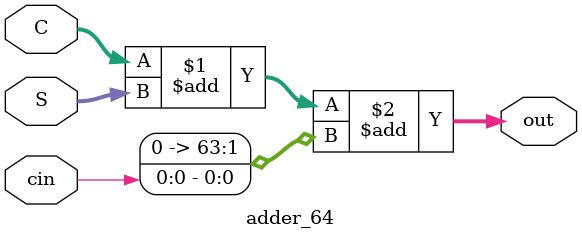
<source format=v>
`timescale 1ns / 1ps

module adder_64(
    input   [63: 0]     C,
    input   [63: 0]     S,
    input               cin,
    output  [63: 0]     out
);
    assign out = C + S + {63'b0,cin};
endmodule
</source>
